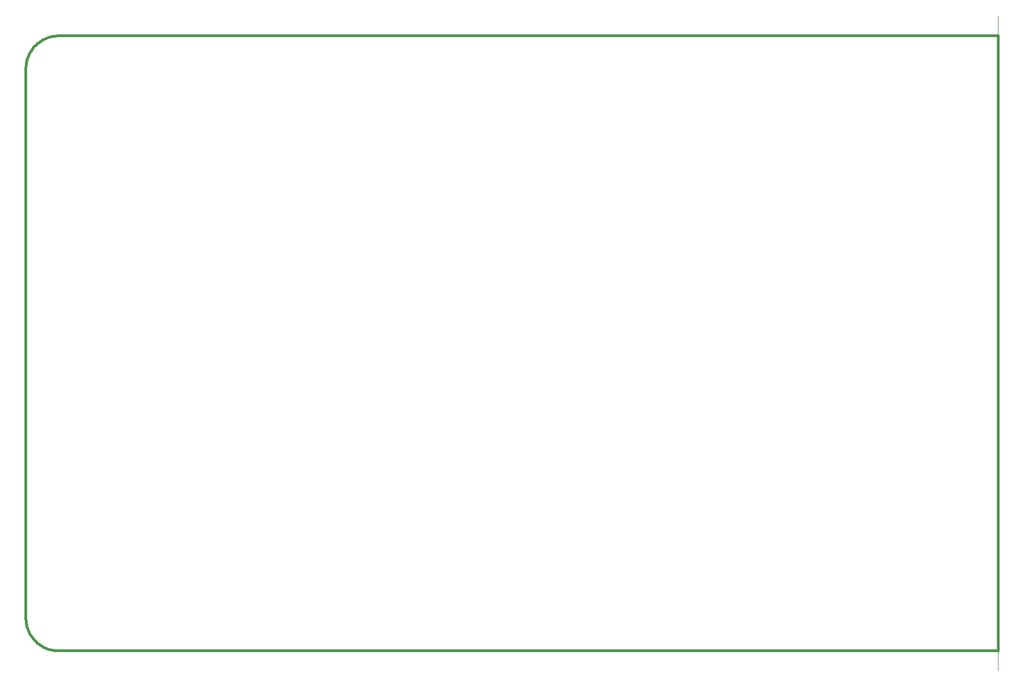
<source format=gko>
G75*
%MOIN*%
%OFA0B0*%
%FSLAX24Y24*%
%IPPOS*%
%LPD*%
%AMOC8*
5,1,8,0,0,1.08239X$1,22.5*
%
%ADD10C,0.0160*%
%ADD11C,0.0000*%
D10*
X003909Y001305D02*
X060440Y001305D01*
X060440Y038305D01*
X003909Y038305D01*
X003823Y038303D01*
X003737Y038298D01*
X003652Y038288D01*
X003567Y038275D01*
X003483Y038258D01*
X003399Y038238D01*
X003317Y038214D01*
X003236Y038186D01*
X003155Y038155D01*
X003077Y038121D01*
X003000Y038083D01*
X002925Y038041D01*
X002851Y037997D01*
X002780Y037949D01*
X002710Y037898D01*
X002643Y037844D01*
X002579Y037788D01*
X002517Y037728D01*
X002457Y037666D01*
X002401Y037602D01*
X002347Y037535D01*
X002296Y037465D01*
X002248Y037394D01*
X002204Y037321D01*
X002162Y037245D01*
X002124Y037168D01*
X002090Y037090D01*
X002059Y037009D01*
X002031Y036928D01*
X002007Y036846D01*
X001987Y036762D01*
X001970Y036678D01*
X001957Y036593D01*
X001947Y036508D01*
X001942Y036422D01*
X001940Y036336D01*
X001940Y003273D01*
X001942Y003187D01*
X001947Y003101D01*
X001957Y003016D01*
X001970Y002931D01*
X001987Y002847D01*
X002007Y002763D01*
X002031Y002681D01*
X002059Y002600D01*
X002090Y002519D01*
X002124Y002441D01*
X002162Y002364D01*
X002204Y002289D01*
X002248Y002215D01*
X002296Y002144D01*
X002347Y002074D01*
X002401Y002007D01*
X002457Y001943D01*
X002517Y001881D01*
X002579Y001821D01*
X002643Y001765D01*
X002710Y001711D01*
X002780Y001660D01*
X002851Y001612D01*
X002924Y001568D01*
X003000Y001526D01*
X003077Y001488D01*
X003155Y001454D01*
X003236Y001423D01*
X003317Y001395D01*
X003399Y001371D01*
X003483Y001351D01*
X003567Y001334D01*
X003652Y001321D01*
X003737Y001311D01*
X003823Y001306D01*
X003909Y001304D01*
D11*
X060422Y000100D02*
X060422Y039480D01*
M02*

</source>
